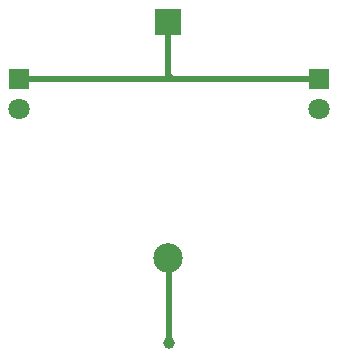
<source format=gbr>
G04 #@! TF.GenerationSoftware,KiCad,Pcbnew,(5.1.5)-3*
G04 #@! TF.CreationDate,2020-04-21T21:54:19-04:00*
G04 #@! TF.ProjectId,Tape and Crossbones 001,54617065-2061-46e6-9420-43726f737362,rev?*
G04 #@! TF.SameCoordinates,Original*
G04 #@! TF.FileFunction,Copper,L1,Top*
G04 #@! TF.FilePolarity,Positive*
%FSLAX46Y46*%
G04 Gerber Fmt 4.6, Leading zero omitted, Abs format (unit mm)*
G04 Created by KiCad (PCBNEW (5.1.5)-3) date 2020-04-21 21:54:19*
%MOMM*%
%LPD*%
G04 APERTURE LIST*
%ADD10C,2.500000*%
%ADD11R,2.170000X2.170000*%
%ADD12R,1.800000X1.800000*%
%ADD13C,1.800000*%
%ADD14C,1.000000*%
%ADD15C,0.500000*%
G04 APERTURE END LIST*
D10*
X72616840Y-73340000D03*
D11*
X72616840Y-53340000D03*
D12*
X59944000Y-58166000D03*
D13*
X59944000Y-60706000D03*
X85344000Y-60706000D03*
D12*
X85344000Y-58166000D03*
D14*
X72644000Y-80518000D03*
D15*
X72644000Y-73367160D02*
X72616840Y-73340000D01*
X72644000Y-80518000D02*
X72644000Y-73367160D01*
X59944000Y-58166000D02*
X69375840Y-58166000D01*
X72616840Y-57884840D02*
X72898000Y-58166000D01*
X72616840Y-53340000D02*
X72616840Y-57884840D01*
X69375840Y-58166000D02*
X72898000Y-58166000D01*
X72898000Y-58166000D02*
X85344000Y-58166000D01*
M02*

</source>
